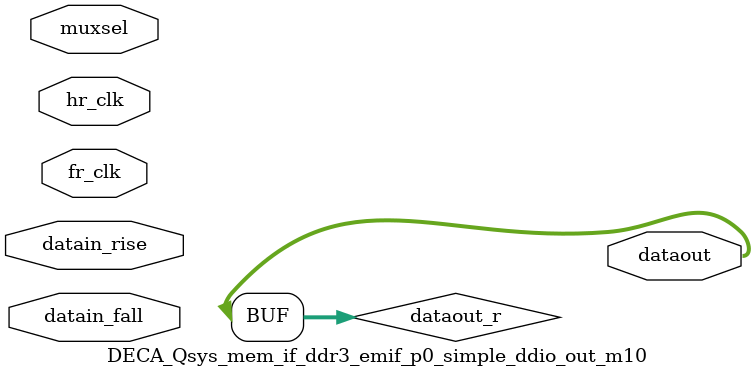
<source format=sv>




`timescale 1 ps / 1 ps

module DECA_Qsys_mem_if_ddr3_emif_p0_simple_ddio_out_m10(
	hr_clk,
	fr_clk,
	datain_rise,
        datain_fall,
        muxsel,
	dataout
);

// *****************************************************************
// BEGIN PARAMETER SECTION

parameter DATA_WIDTH = ""; 

// END PARAMETER SECTION
// *****************************************************************

input	hr_clk;
input   fr_clk;
input	[DATA_WIDTH-1:0] datain_rise;
input   [DATA_WIDTH-1:0] datain_fall;
input   muxsel;
output	[DATA_WIDTH-1:0] dataout;

generate
genvar i, j;
	(* altera_attribute = {"-name ALLOW_SYNCH_CTRL_USAGE OFF"}*) reg [DATA_WIDTH-1:0] datain_r /* synthesis dont_merge syn_noprune syn_preserve = 1 */;
	(* altera_attribute = {"-name ALLOW_SYNCH_CTRL_USAGE OFF"}*) reg [DATA_WIDTH-1:0] datain_f /* synthesis dont_merge syn_noprune syn_preserve = 1 */;


        always_ff @ (posedge hr_clk )
	begin
		datain_r <= datain_rise;
	end

        always_ff @ (negedge hr_clk)
        begin
                datain_f <= datain_fall;
        end


	reg [DATA_WIDTH-1:0] dataout_r /* synthesis dont_merge syn_noprune syn_preserve = 1 */;
	for (i=0; i<DATA_WIDTH; i=i+1)
	begin: ddio_group

                always_ff @ (posedge fr_clk)
                begin
                        if (muxsel)
                        begin
			        dataout_r[i] <= datain_f;
                        end else begin
                                dataout_r[i] <= datain_r;
                        end
		end
	end
	
	assign dataout = dataout_r;
	
endgenerate
endmodule

</source>
